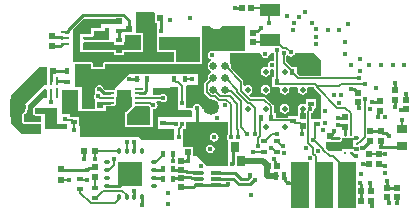
<source format=gbl>
G04*
G04 #@! TF.GenerationSoftware,Altium Limited,Altium Designer,23.6.0 (18)*
G04*
G04 Layer_Physical_Order=4*
G04 Layer_Color=16711680*
%FSLAX44Y44*%
%MOMM*%
G71*
G04*
G04 #@! TF.SameCoordinates,CC53E28F-54C9-42A3-9587-E9B5384F7771*
G04*
G04*
G04 #@! TF.FilePolarity,Positive*
G04*
G01*
G75*
%ADD11C,0.1500*%
%ADD12C,0.2540*%
%ADD14C,0.2000*%
%ADD23R,0.5200X0.5200*%
%ADD24R,0.5200X0.5200*%
%ADD25R,0.4500X0.7200*%
%ADD26R,0.4500X0.5500*%
%ADD44R,0.6200X0.6200*%
%ADD45R,0.6000X0.5000*%
%ADD48C,1.3500*%
%ADD49C,0.6500*%
%ADD51C,0.5000*%
%ADD53C,0.4000*%
%ADD54C,0.5000*%
%ADD62R,0.7000X0.9000*%
%ADD63R,0.8500X0.3000*%
%ADD64R,0.5500X0.4500*%
%ADD65O,0.8500X0.3000*%
%ADD66R,0.9000X0.7000*%
%ADD67R,1.5000X4.0000*%
%ADD68R,0.4200X0.4200*%
%ADD69R,1.0000X0.8000*%
%ADD70R,0.2800X0.8500*%
%ADD71R,0.2800X0.7500*%
%ADD72R,0.5500X0.6500*%
%ADD73O,0.6500X0.3000*%
%ADD74O,0.3000X0.6500*%
%ADD75R,2.1000X2.1000*%
%ADD76R,1.0000X1.6000*%
%ADD77R,0.4500X0.3000*%
%ADD78R,0.3000X0.3000*%
%ADD79R,1.6000X0.6000*%
%ADD80R,1.3000X1.4000*%
%ADD81R,0.6500X0.2000*%
%ADD82R,0.6100X1.4200*%
%ADD83R,0.7000X0.2500*%
%ADD84R,1.8000X1.0000*%
%ADD85R,0.2750X0.2500*%
%ADD86R,0.2750X0.2500*%
%ADD87C,0.2841*%
G36*
X187750Y246324D02*
X175416Y246324D01*
X166200Y246338D01*
X166200Y249321D01*
X173200D01*
X174450Y250571D01*
Y253126D01*
X175348Y254024D01*
X183700Y254024D01*
Y257000D01*
X187750D01*
Y246324D01*
D02*
G37*
G36*
X226650Y268850D02*
Y260650D01*
X227992D01*
Y236428D01*
X242254D01*
Y232215D01*
X242213Y232011D01*
X242254Y231807D01*
Y228124D01*
X225046D01*
X224892Y228060D01*
X224729Y228092D01*
X224500Y228047D01*
X224271Y228092D01*
X224108Y228060D01*
X223954Y228124D01*
X195796D01*
X195642Y228060D01*
X195479Y228092D01*
X195250Y228047D01*
X195021Y228092D01*
X194858Y228060D01*
X194704Y228124D01*
X184000D01*
X182852Y227648D01*
X182376Y226500D01*
Y223840D01*
X173624D01*
Y226500D01*
X173148Y227648D01*
X172000Y228124D01*
X158250D01*
X157770Y227925D01*
X156500Y228502D01*
X156500Y255273D01*
X165477Y264250D01*
X198250Y264250D01*
Y259750D01*
X181000D01*
Y256500D01*
X172250D01*
Y252648D01*
X171352Y251750D01*
X162500Y251750D01*
Y236200D01*
X191450D01*
Y233500D01*
X199950D01*
Y236200D01*
X216054D01*
Y252486D01*
X210000Y252500D01*
Y255500D01*
Y269800D01*
X225878D01*
X226650Y268850D01*
D02*
G37*
G36*
X214431Y250750D02*
Y237824D01*
X199950D01*
X199652Y237700D01*
X191749D01*
X191450Y237824D01*
X190631D01*
X189400Y238069D01*
X188169Y237824D01*
X165250D01*
X165250Y243802D01*
X166148Y244700D01*
X191450Y244700D01*
Y242500D01*
X199950D01*
Y244700D01*
X201190D01*
X201190Y250750D01*
X214431Y250750D01*
D02*
G37*
G36*
X272213Y258750D02*
X272751Y258049D01*
X274318Y256847D01*
X276142Y256091D01*
X278100Y255833D01*
X280058Y256091D01*
X281882Y256847D01*
X283449Y258049D01*
X283987Y258750D01*
X302213Y258750D01*
X302250Y258702D01*
Y237250D01*
X292645D01*
X292300Y237319D01*
X291955Y237250D01*
X275397Y237250D01*
Y237250D01*
X274400Y237319D01*
X274160Y237271D01*
X273034Y237047D01*
X271877Y236273D01*
X271103Y235116D01*
X270831Y233750D01*
X271103Y232384D01*
X271877Y231227D01*
X273034Y230453D01*
X273953Y230270D01*
Y228975D01*
X273947Y228974D01*
X272376Y227924D01*
X271326Y226353D01*
X270957Y224500D01*
X271326Y222646D01*
X272376Y221075D01*
X273677Y220205D01*
X273779Y219739D01*
Y219260D01*
X273677Y218794D01*
X272376Y217924D01*
X271326Y216353D01*
X270957Y214500D01*
X271222Y213166D01*
X268678Y210622D01*
X268181Y209877D01*
X268006Y209000D01*
Y208750D01*
Y202221D01*
X268181Y201343D01*
X268678Y200599D01*
X271899Y197378D01*
X272644Y196881D01*
X273521Y196706D01*
X273901D01*
Y188170D01*
X266568Y188170D01*
X265789Y189120D01*
X265517Y190486D01*
X264743Y191643D01*
X263586Y192417D01*
X262220Y192689D01*
X260854Y192417D01*
X259697Y191643D01*
X258923Y190486D01*
X258651Y189120D01*
X258612Y189072D01*
X256728D01*
X256362Y189224D01*
X252750D01*
X252750Y207852D01*
X253648Y208750D01*
X262750Y208750D01*
Y217500D01*
X204500D01*
X203587Y216587D01*
X203384Y216547D01*
X202227Y215773D01*
X201453Y214616D01*
X201413Y214413D01*
X192750Y205750D01*
X192250D01*
Y205250D01*
X191250Y204250D01*
X188043D01*
X187770Y204304D01*
X187770Y204304D01*
X184365D01*
X182705Y205964D01*
X182637Y206306D01*
X181863Y207463D01*
X180706Y208237D01*
X179340Y208509D01*
X177974Y208237D01*
X176817Y207463D01*
X176043Y206306D01*
X175857Y205372D01*
X175500Y204250D01*
X175500D01*
Y200907D01*
X174958Y200097D01*
X174687Y198731D01*
X174958Y197365D01*
X175500Y196555D01*
Y188170D01*
X164250D01*
Y207000D01*
X158250D01*
Y226500D01*
X172000D01*
Y222216D01*
X184000D01*
Y226500D01*
X194704D01*
X195250Y226391D01*
X195796Y226500D01*
X223954D01*
X224500Y226391D01*
X225046Y226500D01*
X265750D01*
Y230182D01*
X266060Y230646D01*
X266331Y232011D01*
X266060Y233377D01*
X265750Y233841D01*
Y236432D01*
X266060Y236896D01*
X266331Y238262D01*
X266060Y239627D01*
X265750Y240091D01*
X265750Y258750D01*
X272213D01*
D02*
G37*
G36*
X315559Y235800D02*
X316299Y234898D01*
X316571Y233532D01*
X317344Y232375D01*
X318502Y231601D01*
X319868Y231329D01*
X321233Y231601D01*
X322391Y232375D01*
X323165Y233532D01*
X323437Y234898D01*
X324177Y235800D01*
X326660Y235800D01*
X326876Y235476D01*
X327472Y235078D01*
Y229886D01*
X326202Y229004D01*
X325516Y229141D01*
X324150Y228869D01*
X322992Y228096D01*
X322219Y226938D01*
X321947Y225572D01*
X322177Y224416D01*
X322020Y224138D01*
X321754Y223834D01*
X321224Y223409D01*
X320009Y223650D01*
X318449Y223340D01*
X317126Y222456D01*
X316242Y221133D01*
X315931Y219572D01*
X316242Y218011D01*
X317126Y216688D01*
X318449Y215804D01*
X320009Y215494D01*
X321570Y215804D01*
X322893Y216688D01*
X323778Y218011D01*
X324088Y219572D01*
X323778Y221133D01*
X324602Y222186D01*
X325516Y222004D01*
X326202Y222140D01*
X327472Y221259D01*
Y215450D01*
X325649D01*
Y206950D01*
X330678D01*
X330899Y206906D01*
X331561D01*
X332256Y205636D01*
X332001Y204357D01*
X332312Y202796D01*
X333196Y201473D01*
X334519Y200589D01*
X336080Y200279D01*
X337640Y200589D01*
X338963Y201473D01*
X339847Y202796D01*
X340158Y204357D01*
X339904Y205636D01*
X340598Y206906D01*
X346776D01*
X347471Y205636D01*
X347216Y204357D01*
X347527Y202796D01*
X348411Y201473D01*
X349734Y200589D01*
X351295Y200279D01*
X352855Y200589D01*
X354178Y201473D01*
X355062Y202796D01*
X355373Y204357D01*
X355118Y205636D01*
X355813Y206906D01*
X361056D01*
Y206640D01*
X361230Y205762D01*
X361728Y205018D01*
X366500Y200245D01*
X366500Y179490D01*
X359410D01*
X358514Y180389D01*
Y184801D01*
X358910Y184880D01*
X360068Y185653D01*
X360841Y186811D01*
X361113Y188176D01*
X361707Y188900D01*
X362517D01*
Y196400D01*
X354017D01*
Y192626D01*
X353059Y192113D01*
X352747Y192076D01*
X351295Y192365D01*
X349734Y192055D01*
X348411Y191171D01*
X347527Y189848D01*
X347216Y188287D01*
X347399Y187370D01*
X347145Y186100D01*
X347145D01*
X347145Y186100D01*
Y181750D01*
X338676D01*
Y180694D01*
X328550D01*
Y184650D01*
X327054D01*
Y190254D01*
X327054Y190255D01*
X326879Y191133D01*
X326382Y191877D01*
X326382Y191877D01*
X320599Y197659D01*
X319855Y198157D01*
X318977Y198331D01*
X307347D01*
X306297Y199381D01*
X306673Y200802D01*
X307678Y201473D01*
X308563Y202796D01*
X308873Y204357D01*
X308563Y205918D01*
X307678Y207241D01*
X306355Y208125D01*
X304795Y208435D01*
X303234Y208125D01*
X302520Y207648D01*
X301250Y208327D01*
Y211344D01*
X301075Y212222D01*
X300578Y212966D01*
X290378Y223166D01*
X290643Y224500D01*
X290274Y226353D01*
X290259Y226376D01*
Y235626D01*
X291955D01*
X292109Y235690D01*
X292272Y235658D01*
X292300Y235663D01*
X292328Y235658D01*
X292491Y235690D01*
X292645Y235626D01*
X302250D01*
X302669Y235800D01*
X315559D01*
D02*
G37*
G36*
X360300Y235800D02*
X366500Y229600D01*
X366500Y216294D01*
X348450D01*
X346500Y218244D01*
Y223500D01*
X342244D01*
X337473Y228271D01*
Y232607D01*
X337702Y232760D01*
X338188Y233486D01*
X338656D01*
X339813Y232712D01*
X341179Y232441D01*
X342545Y232712D01*
X343702Y233486D01*
X344476Y234644D01*
X344706Y235800D01*
X360300Y235800D01*
D02*
G37*
G36*
X264126Y240091D02*
X264250Y239792D01*
Y236731D01*
X264126Y236432D01*
Y233841D01*
X264250Y233542D01*
Y230480D01*
X264126Y230182D01*
Y228124D01*
X243878D01*
Y231807D01*
X243844Y231888D01*
X243846Y231898D01*
X243824Y232011D01*
X243846Y232124D01*
X243844Y232135D01*
X243878Y232215D01*
Y236428D01*
X243776Y236672D01*
Y237054D01*
X243760D01*
Y238250D01*
X229616D01*
Y249000D01*
X264126D01*
X264126Y240091D01*
D02*
G37*
G36*
X245760Y196250D02*
Y188170D01*
X246330Y187600D01*
X256362D01*
X257260Y186702D01*
X257260Y181590D01*
X237600Y181590D01*
X228750Y181590D01*
Y171093D01*
X241852D01*
X242750Y170195D01*
X242750Y164654D01*
X242682Y164310D01*
X242750Y163965D01*
Y162100D01*
X215400Y162100D01*
X213000Y164500D01*
X162500Y164500D01*
Y171750D01*
Y173852D01*
X162000D01*
Y180999D01*
X155971D01*
X155750Y181043D01*
X154500D01*
Y184000D01*
X147500D01*
Y204500D01*
X161000D01*
Y186250D01*
X184750D01*
X184750Y190250D01*
X191750Y190250D01*
X192250Y190750D01*
X192750D01*
Y191250D01*
X193750Y192250D01*
Y198500D01*
X206750D01*
Y190250D01*
X206431Y189931D01*
X206352Y189898D01*
X201754Y185300D01*
X201000D01*
Y184500D01*
Y184048D01*
X200876Y183750D01*
Y174374D01*
X201000Y174075D01*
Y172750D01*
X224250D01*
Y187066D01*
X225000Y187681D01*
X226366Y187953D01*
X227523Y188727D01*
X228297Y189884D01*
X228569Y191250D01*
X228297Y192616D01*
X227579Y193691D01*
X227674Y194125D01*
X228032Y194961D01*
X230588D01*
X230738Y194736D01*
X231896Y193963D01*
X233261Y193691D01*
X234627Y193963D01*
X235785Y194736D01*
X236558Y195894D01*
X236830Y197260D01*
X236558Y198625D01*
X235785Y199783D01*
X234627Y200557D01*
X233261Y200828D01*
X231896Y200557D01*
X230738Y199783D01*
X230582Y199549D01*
X224250D01*
Y206250D01*
X245760Y206250D01*
X245760Y196250D01*
D02*
G37*
G36*
X135000Y204352D02*
Y197335D01*
X131835Y197335D01*
X124783Y190283D01*
X123852Y189897D01*
X123832Y189850D01*
X123650D01*
Y189410D01*
X123376Y188749D01*
Y183999D01*
X123650Y183339D01*
Y182650D01*
X124338D01*
X125000Y182376D01*
X129500D01*
Y176850D01*
X123650D01*
Y176750D01*
X115750D01*
X115750Y183706D01*
X116284Y184116D01*
X117606Y185839D01*
X118438Y187846D01*
X118721Y190000D01*
X118506Y191631D01*
X132125Y205250D01*
X134102Y205250D01*
X135000Y204352D01*
D02*
G37*
G36*
X221630Y190250D02*
X221703Y189884D01*
X222477Y188727D01*
X222500Y188711D01*
X222500Y174374D01*
X202500D01*
Y183750D01*
X207500Y188750D01*
X208250D01*
Y189291D01*
X209209Y190250D01*
X221630Y190250D01*
D02*
G37*
G36*
X143500Y175499D02*
X152000D01*
Y170749D01*
X133500D01*
Y183999D01*
X125000D01*
Y188749D01*
X143500D01*
Y175499D01*
D02*
G37*
G36*
X134750Y208000D02*
X132125D01*
X130624Y206499D01*
X130600D01*
Y206475D01*
X115250Y191125D01*
Y185436D01*
X115126Y185274D01*
X114762Y184994D01*
X114705Y184897D01*
X114602Y184854D01*
X114402Y184371D01*
X114140Y183918D01*
X114169Y183810D01*
X114126Y183706D01*
X114126Y176750D01*
X114602Y175602D01*
X114750Y175541D01*
Y175499D01*
X114850D01*
X115750Y175126D01*
X123650D01*
X123891Y175226D01*
X129500D01*
Y166750D01*
X113750D01*
X104700Y175800D01*
X104401Y177302D01*
X103568Y185754D01*
Y194246D01*
X104041Y199041D01*
X128500Y223500D01*
X134750D01*
Y208000D01*
D02*
G37*
G36*
X398700Y164102D02*
Y162611D01*
X398565Y162477D01*
X398022Y162369D01*
X397278Y161871D01*
X396906Y161499D01*
X394400D01*
Y155999D01*
X398700D01*
Y152550D01*
X395919Y152545D01*
X395020Y153442D01*
Y153874D01*
X392604D01*
X392230Y153949D01*
X392230Y153949D01*
X392145D01*
X391772Y153874D01*
X384270D01*
Y152522D01*
X373411Y152500D01*
X371500Y154412D01*
Y160000D01*
X383500D01*
Y160999D01*
X384895D01*
Y163629D01*
X386772D01*
X387145Y163555D01*
X387519Y163629D01*
X395020D01*
Y165000D01*
X397802Y165000D01*
X398700Y164102D01*
D02*
G37*
G36*
X288300Y177200D02*
X288300Y166653D01*
X288167Y166563D01*
X287393Y165406D01*
X287121Y164040D01*
X287393Y162674D01*
X288167Y161517D01*
X288300Y161427D01*
X288300Y141644D01*
X288231Y141300D01*
X288300Y140955D01*
Y139400D01*
X270650Y139400D01*
X261550Y148500D01*
X258683D01*
Y155700D01*
X251020D01*
X249750Y156666D01*
Y163965D01*
X249819Y164310D01*
X249750Y164655D01*
X249750Y170988D01*
X249762Y171000D01*
X252750D01*
Y177200D01*
X288300Y177200D01*
D02*
G37*
%LPC*%
G36*
X320009Y208435D02*
X318449Y208125D01*
X317126Y207241D01*
X316242Y205918D01*
X315931Y204357D01*
X316242Y202796D01*
X317126Y201473D01*
X318449Y200589D01*
X320009Y200279D01*
X321570Y200589D01*
X322893Y201473D01*
X323778Y202796D01*
X324088Y204357D01*
X323778Y205918D01*
X322893Y207241D01*
X321570Y208125D01*
X320009Y208435D01*
D02*
G37*
G36*
X336080Y192365D02*
X334519Y192055D01*
X333196Y191171D01*
X332312Y189848D01*
X332001Y188287D01*
X332312Y186726D01*
X333196Y185403D01*
X334519Y184519D01*
X336080Y184209D01*
X337640Y184519D01*
X338963Y185403D01*
X339847Y186726D01*
X340158Y188287D01*
X339847Y189848D01*
X338963Y191171D01*
X337640Y192055D01*
X336080Y192365D01*
D02*
G37*
G36*
X276600Y167609D02*
X275234Y167337D01*
X274077Y166563D01*
X273303Y165406D01*
X273031Y164040D01*
X273303Y162674D01*
X274077Y161517D01*
X275234Y160743D01*
X276600Y160471D01*
X277966Y160743D01*
X279123Y161517D01*
X279897Y162674D01*
X280169Y164040D01*
X279897Y165406D01*
X279123Y166563D01*
X277966Y167337D01*
X276600Y167609D01*
D02*
G37*
G36*
X273200Y157869D02*
X271834Y157597D01*
X270677Y156823D01*
X269903Y155666D01*
X269631Y154300D01*
X269903Y152934D01*
X270677Y151777D01*
X271834Y151003D01*
X273200Y150731D01*
X274566Y151003D01*
X275723Y151777D01*
X276497Y152934D01*
X276769Y154300D01*
X276497Y155666D01*
X275723Y156823D01*
X274566Y157597D01*
X273200Y157869D01*
D02*
G37*
%LPD*%
D11*
X324850Y155336D02*
X325464D01*
X329050Y151750D01*
X175500Y121559D02*
Y130250D01*
X360470Y162076D02*
X361660Y163267D01*
Y174240D01*
X363160Y175740D01*
X363660D01*
X343126Y178300D02*
X344926Y176500D01*
X350545Y167070D02*
Y174700D01*
X285800Y224222D02*
X286077D01*
X324759Y179940D02*
Y190255D01*
X318977Y196037D02*
X324759Y190255D01*
X306397Y196037D02*
X318977D01*
X306762Y193037D02*
X310745Y189055D01*
X298956Y203479D02*
X306397Y196037D01*
X305154Y193037D02*
X306762D01*
X310745Y167200D02*
Y189055D01*
X329256Y166764D02*
X329564Y167072D01*
X319300Y160750D02*
X325314Y166764D01*
X318800Y160750D02*
X319300D01*
X333262Y157538D02*
X334416D01*
X330050Y160750D02*
X333262Y157538D01*
X329550Y160750D02*
X330050D01*
X334967Y239533D02*
X337655D01*
X324000Y246500D02*
X328000D01*
X322000Y244500D02*
X324000Y246500D01*
X309500Y244500D02*
X322000D01*
X335179Y227321D02*
Y235283D01*
X337655Y239533D02*
X341179Y236009D01*
X162700Y129200D02*
X164000Y127900D01*
X168600D01*
X176000Y112559D02*
X182223Y118782D01*
X198498D01*
X175500Y112559D02*
X176000D01*
X171818Y108059D02*
X192275D01*
X162700Y117177D02*
X171818Y108059D01*
X192275D02*
X195749Y111532D01*
X357545Y188176D02*
Y192705D01*
Y187500D02*
Y188176D01*
X360470Y161400D02*
Y162076D01*
X328000Y246500D02*
X334967Y239533D01*
X295956Y202236D02*
X305154Y193037D01*
X296690Y164050D02*
Y170698D01*
X299000Y172630D02*
Y194949D01*
X296000Y171388D02*
Y192640D01*
Y171388D02*
X296690Y170698D01*
X285900Y204222D02*
X286579Y203543D01*
X289641Y199000D02*
X296000Y192640D01*
X286077Y224222D02*
X298956Y211344D01*
Y203479D02*
Y211344D01*
X286579Y203543D02*
X290406D01*
X310615Y167070D02*
X310745Y167200D01*
X275523Y214222D02*
X275800D01*
X277328Y199000D02*
X280328Y196000D01*
X286811D01*
X290690Y192120D01*
Y164040D02*
Y192120D01*
X286077Y214222D02*
X295956Y204344D01*
X276348Y204222D02*
X281571Y199000D01*
X299000Y172630D02*
X304561Y167070D01*
X290406Y203543D02*
X299000Y194949D01*
X281571Y199000D02*
X289641D01*
X273521Y199000D02*
X277328D01*
X275800Y204222D02*
X276348D01*
X296680Y164040D02*
X296690Y164050D01*
X270300Y202221D02*
Y209000D01*
X275523Y214222D01*
X270300Y202221D02*
X273521Y199000D01*
X295956Y202236D02*
Y204344D01*
X285900Y214222D02*
X286077D01*
X246250Y164310D02*
Y170732D01*
X248504Y172986D01*
Y175022D02*
X249254Y175772D01*
X248504Y172986D02*
Y175022D01*
X435220Y170900D02*
Y178820D01*
X309410Y151690D02*
X309470Y151750D01*
X318800D01*
X313260Y156350D02*
Y163575D01*
X360449Y150339D02*
Y155410D01*
Y150339D02*
X362500Y148289D01*
Y129250D02*
Y148289D01*
X368949Y153718D02*
X374433Y148234D01*
X361888Y160922D02*
X368949Y153860D01*
X374433Y148234D02*
X377016D01*
X343250Y218250D02*
Y219250D01*
X335179Y227321D02*
X343250Y219250D01*
X392000Y166879D02*
X392145D01*
X325314Y166764D02*
X329256D01*
X315259Y180360D02*
X315300Y180400D01*
X315259Y165574D02*
Y180360D01*
X324759Y179940D02*
X326300Y178400D01*
X342526D01*
X342926Y178000D01*
X363350Y207900D02*
X382323D01*
X363350Y206640D02*
Y207900D01*
X382323D02*
X384062Y209639D01*
X348745Y176500D02*
X350545Y174700D01*
X362050Y209200D02*
X363350Y207900D01*
X329399Y210700D02*
Y211200D01*
Y210700D02*
X330899Y209200D01*
X329399Y237999D02*
X329766Y237633D01*
Y211566D02*
Y237633D01*
X329399Y211200D02*
X329766Y211566D01*
X330899Y209200D02*
X362050D01*
X347500Y214000D02*
X399000D01*
X241700Y144300D02*
Y149450D01*
X242000Y149750D01*
X329050Y151750D02*
X329550D01*
X251754Y213250D02*
X257251D01*
X242754Y212750D02*
Y213250D01*
Y212750D02*
X244254Y211250D01*
X249254Y193372D02*
Y207432D01*
X244254Y211250D02*
X245436D01*
X249254Y207432D01*
X233257Y197255D02*
X233261Y197260D01*
X313260Y163575D02*
X315259Y165574D01*
X195749Y111532D02*
Y113282D01*
X363350Y206640D02*
X380740Y189250D01*
X387277D01*
X392145Y166879D02*
Y184382D01*
X387277Y189250D02*
X392145Y184382D01*
X384062Y209639D02*
X404000D01*
X356220Y186175D02*
X357545Y187500D01*
X403900Y196024D02*
X404180Y196304D01*
X403900Y164567D02*
Y196024D01*
X360470Y161400D02*
X360948Y160922D01*
X356220Y159640D02*
Y186175D01*
Y159640D02*
X360449Y155410D01*
X360948Y160922D02*
X361888D01*
X368949Y153718D02*
Y153860D01*
X389250Y123500D02*
Y136000D01*
X377016Y148234D02*
X389250Y136000D01*
X416319Y149700D02*
X421100D01*
X416219Y149600D02*
X416319Y149700D01*
X407649Y149600D02*
X416219D01*
X399582Y160249D02*
X403900Y164567D01*
X344926Y176500D02*
X348745D01*
X362500Y129250D02*
X369250Y122500D01*
X323250Y261000D02*
Y272250D01*
X202249Y160249D02*
X202250Y160250D01*
X343250Y218250D02*
X347500Y214000D01*
X398900Y160249D02*
X399582D01*
X397400Y158749D02*
X398900Y160249D01*
X397275Y158749D02*
X397400D01*
X334416Y157538D02*
X334894Y157059D01*
X178932Y198731D02*
X180188Y197475D01*
X178255Y198731D02*
X178932D01*
X180188Y197475D02*
X187775D01*
X138515Y193725D02*
X138530Y193710D01*
X157680Y176679D02*
X157750Y176749D01*
X157680Y170260D02*
Y176679D01*
X138515Y193725D02*
Y201234D01*
X138500Y201249D02*
X138515Y201234D01*
X150751Y178749D02*
X155750D01*
X157750Y176749D01*
X149750Y179750D02*
X150751Y178749D01*
X198498Y118782D02*
X202248Y115032D01*
X162700Y117177D02*
Y120200D01*
X147100Y128100D02*
X153645D01*
X147000Y128200D02*
X147100Y128100D01*
X187775Y197475D02*
X188000Y197250D01*
X191750Y140534D02*
Y146000D01*
X202248Y113282D02*
Y115032D01*
X202249Y152783D02*
Y160249D01*
X187498Y136282D02*
X191750Y140534D01*
X185749Y136282D02*
X187498D01*
X212500Y197250D02*
X212505Y197255D01*
X233257D01*
X224324Y191250D02*
X225000D01*
X222323Y193250D02*
X224324Y191250D01*
X212500Y193250D02*
X222323D01*
X322250Y273250D02*
X323250Y272250D01*
X202248Y152782D02*
X202249Y152783D01*
X225249Y142782D02*
X227032D01*
X234000Y149750D01*
X307750Y273250D02*
X322250D01*
D12*
X231506Y253954D02*
X231802D01*
X231276Y254184D02*
X231506Y253954D01*
X231276Y254184D02*
Y264224D01*
X230750Y264750D02*
X231276Y264224D01*
X147371Y136829D02*
X169124D01*
X260926Y123800D02*
X277800D01*
X258808Y121682D02*
X260926Y123800D01*
X248500Y121682D02*
X258808D01*
X277800Y123800D02*
X278027Y124027D01*
X287973D02*
X288200Y124254D01*
X278027Y124027D02*
X287973D01*
X169124Y136829D02*
X170315Y138020D01*
X174270D01*
X175500Y139250D01*
X414740Y181150D02*
Y181545D01*
X415170Y181975D01*
Y185220D01*
X416500Y186550D01*
X377821Y169421D02*
X378100Y169700D01*
X377369Y169421D02*
X377821D01*
X376767Y168819D02*
X377369Y169421D01*
X376767Y167617D02*
Y168819D01*
X374100Y164949D02*
X376767Y167617D01*
X374100Y164949D02*
X375300Y163749D01*
X382020D01*
X381700Y174500D02*
X381979Y174221D01*
X385925D01*
X387145Y173000D01*
X197999Y125533D02*
X205499D01*
X179340Y204940D02*
X179735D01*
X291800Y141300D02*
X292079Y141579D01*
Y153329D01*
X294200Y155450D01*
X398471Y189529D02*
X398750Y189250D01*
X398471Y189529D02*
Y193329D01*
X397800Y194000D02*
X398471Y193329D01*
X420805Y139800D02*
X421200D01*
X420335Y140270D02*
X420805Y139800D01*
X417549Y140270D02*
X420335D01*
X416219Y141600D02*
X417549Y140270D01*
X409940Y106059D02*
X410220Y105779D01*
X409940Y106059D02*
Y109385D01*
X408876Y110450D02*
X409940Y109385D01*
X254583Y144382D02*
Y151600D01*
X248500Y144382D02*
X254583D01*
X336280Y127470D02*
X338750Y125000D01*
X336280Y127470D02*
Y130052D01*
X335300Y131032D02*
X336280Y130052D01*
X262220Y161379D02*
X264499Y159100D01*
X262220Y161379D02*
Y189120D01*
X244186Y175840D02*
X244254Y175772D01*
X233256Y175840D02*
X244186D01*
X418000Y156100D02*
X434420D01*
X435220Y156900D01*
X381300Y180500D02*
X381550Y180750D01*
X386895D01*
X387145Y181000D01*
X327400Y145105D02*
Y145500D01*
Y145105D02*
X328332Y144173D01*
Y141580D02*
Y144173D01*
Y141580D02*
X330162Y139750D01*
X387145Y166379D02*
Y173000D01*
X392600Y205200D02*
X392879Y204921D01*
X203150Y254850D02*
X204000Y255700D01*
X195700Y246250D02*
Y254000D01*
X204000Y255700D02*
Y263617D01*
X195700Y254000D02*
X196550Y254850D01*
X203150D01*
X152280Y255047D02*
X165252Y268020D01*
X199598D02*
X204000Y263617D01*
X165252Y268020D02*
X199598D01*
X431100Y108500D02*
Y113500D01*
X424300Y108500D02*
Y108895D01*
X423830Y109365D02*
X424300Y108895D01*
X423830Y109365D02*
Y112170D01*
X422500Y113500D02*
X423830Y112170D01*
X422500Y121500D02*
X431100D01*
X422500D02*
Y127006D01*
X394879Y204921D02*
X397800Y202000D01*
X392879Y204921D02*
X394879D01*
X409790Y194170D02*
X416120D01*
X416500Y194550D01*
X429250Y203875D02*
Y209750D01*
X408200Y125700D02*
X408479Y125421D01*
Y119396D02*
Y125421D01*
Y119396D02*
X408876Y119000D01*
X400280Y125105D02*
Y125500D01*
Y125105D02*
X400826Y124559D01*
Y119050D02*
Y124559D01*
Y119050D02*
X400876Y119000D01*
Y110450D02*
Y119000D01*
X402800Y141600D02*
X407649D01*
X419330Y167870D02*
X421835D01*
X424205Y165500D01*
X418000Y169200D02*
X419330Y167870D01*
X424205Y165500D02*
X424600D01*
X418000Y156100D02*
Y161200D01*
X418000Y161200D01*
X402000Y155000D02*
X402279Y155279D01*
X402829D01*
X408750Y161200D01*
Y169200D02*
X418000D01*
X350919Y187912D02*
X351295Y188287D01*
X350919Y182375D02*
Y187912D01*
X350545Y182000D02*
X350919Y182375D01*
X429260Y189900D02*
X429270Y189890D01*
X434690Y187130D02*
X434969Y187409D01*
X438559D01*
X438900Y187750D01*
X429260Y189900D02*
Y195865D01*
X429250Y195875D02*
X429260Y195865D01*
X315775Y256900D02*
X316170D01*
X312705Y253830D02*
X315775Y256900D01*
X309500Y252500D02*
X310830Y253830D01*
X293750Y273250D02*
X293900Y273400D01*
X299600D01*
X208748Y113282D02*
Y118690D01*
X396151Y148709D02*
X396430Y148430D01*
X394645Y148709D02*
X396151D01*
X310830Y253830D02*
X312705D01*
X392230Y151124D02*
X394645Y148709D01*
X392145Y151124D02*
X392230D01*
X216897Y201480D02*
X218908Y203491D01*
Y213250D01*
X212730Y201480D02*
X216897D01*
X212500Y201250D02*
X212730Y201480D01*
X438900Y195750D02*
Y201000D01*
X152280Y253020D02*
Y255047D01*
X150050Y253000D02*
X152260D01*
X152280Y253020D01*
X180250Y192125D02*
X181375Y193250D01*
X188000D01*
X179735Y204940D02*
X183195Y201480D01*
X187770D02*
X188000Y201250D01*
X183195Y201480D02*
X187770D01*
X215249Y106490D02*
Y113282D01*
X346750Y125000D02*
X349250Y122500D01*
X338750Y125000D02*
X346750D01*
X140620Y248980D02*
X146860D01*
X146510Y241670D02*
X147820Y242980D01*
X139100Y240500D02*
X140270Y241670D01*
X146510D01*
X146860Y248980D02*
X147820Y248020D01*
X139100Y250500D02*
X140620Y248980D01*
X147000Y137200D02*
X147371Y136829D01*
X195749Y123282D02*
X197999Y125533D01*
X185749Y123282D02*
X195749D01*
X208748Y152782D02*
Y160250D01*
X166248Y145500D02*
Y152782D01*
X204750Y213250D02*
X211908D01*
X211908Y213250D01*
X299600Y273400D02*
X299750Y273250D01*
X151000Y220250D02*
X151000Y220250D01*
X140500Y220250D02*
X151000D01*
X138630Y218379D02*
X140500Y220250D01*
X143500Y211749D02*
X152250D01*
X138500D02*
X138630Y211879D01*
Y218379D01*
D14*
X175250Y145500D02*
Y152781D01*
X175249Y152782D02*
X175250Y152781D01*
X175249Y152782D02*
X195749D01*
D23*
X309500Y252500D02*
D03*
Y244500D02*
D03*
X351245Y182000D02*
D03*
Y174000D02*
D03*
X177250Y259250D02*
D03*
Y251250D02*
D03*
X139100Y249500D02*
D03*
Y241500D02*
D03*
X204000Y255700D02*
D03*
Y247700D02*
D03*
X422500Y113500D02*
D03*
Y121500D02*
D03*
X416500Y194550D02*
D03*
Y186550D02*
D03*
X397800Y202000D02*
D03*
Y194000D02*
D03*
X374100Y156949D02*
D03*
Y164949D02*
D03*
X387145Y181000D02*
D03*
Y173000D02*
D03*
X418000Y161200D02*
D03*
Y169200D02*
D03*
X416219Y141600D02*
D03*
Y149600D02*
D03*
X179610Y183625D02*
D03*
Y191625D02*
D03*
X171068Y183250D02*
D03*
Y191250D02*
D03*
X407649Y141600D02*
D03*
Y149600D02*
D03*
X248500Y129682D02*
D03*
Y121682D02*
D03*
Y136382D02*
D03*
Y144382D02*
D03*
X239676Y240954D02*
D03*
Y232954D02*
D03*
X204850Y241000D02*
D03*
Y233000D02*
D03*
X438900Y195750D02*
D03*
Y187750D02*
D03*
X429250Y203875D02*
D03*
Y195875D02*
D03*
X431100Y113500D02*
D03*
Y121500D02*
D03*
X408750Y161200D02*
D03*
Y169200D02*
D03*
D24*
X299750Y273550D02*
D03*
X307750D02*
D03*
X132000Y220249D02*
D03*
X140000D02*
D03*
X230750Y264750D02*
D03*
X222750D02*
D03*
X254583Y151600D02*
D03*
X262583D02*
D03*
X329662Y139750D02*
D03*
X321662D02*
D03*
X408876Y119000D02*
D03*
X400876D02*
D03*
X408876Y110450D02*
D03*
X400876D02*
D03*
D25*
X335300Y131032D02*
D03*
X328500D02*
D03*
D26*
X342750Y219250D02*
D03*
X351750D02*
D03*
X329399Y211200D02*
D03*
X320399D02*
D03*
X324800Y180400D02*
D03*
X315800D02*
D03*
X151500Y220250D02*
D03*
X160500D02*
D03*
X241750Y136982D02*
D03*
X232750D02*
D03*
X241750Y128782D02*
D03*
X232750D02*
D03*
X233000Y149750D02*
D03*
X242000D02*
D03*
X251754Y213250D02*
D03*
X242754D02*
D03*
X219908D02*
D03*
X210908D02*
D03*
D44*
X175249Y152782D02*
D03*
X166248D02*
D03*
D45*
X147000Y128200D02*
D03*
Y137200D02*
D03*
X175500Y130250D02*
D03*
Y139250D02*
D03*
D48*
X110400Y190000D02*
D03*
X273600D02*
D03*
D49*
X275800Y204500D02*
D03*
Y224500D02*
D03*
Y214500D02*
D03*
X285800D02*
D03*
Y224500D02*
D03*
Y204500D02*
D03*
D51*
X321562Y138429D02*
Y139750D01*
X298800Y143900D02*
X317512D01*
X321662Y139750D01*
X321162Y131032D02*
Y138029D01*
Y131032D02*
X328500D01*
X321162Y138029D02*
X321562Y138429D01*
D53*
X399999Y230000D02*
D03*
X307499Y115000D02*
D03*
X427499Y225000D02*
D03*
X387499Y235000D02*
D03*
X437499Y225000D02*
D03*
X387499Y245000D02*
D03*
X382499Y255000D02*
D03*
X265000Y140000D02*
D03*
X389999Y260000D02*
D03*
X372499Y255000D02*
D03*
X392499Y225000D02*
D03*
X399999Y220000D02*
D03*
X407499Y225000D02*
D03*
X417499D02*
D03*
X338461Y267209D02*
D03*
X353130Y270503D02*
D03*
X348506Y265879D02*
D03*
X344071Y261071D02*
D03*
X343126Y254600D02*
D03*
X358966Y260493D02*
D03*
X324850Y155336D02*
D03*
X306900Y132200D02*
D03*
X311143Y127957D02*
D03*
X179340Y204940D02*
D03*
X335179Y235283D02*
D03*
X341179Y236009D02*
D03*
X278900Y180800D02*
D03*
X276600Y164040D02*
D03*
X273200Y154300D02*
D03*
X264499Y159100D02*
D03*
X285300Y191500D02*
D03*
X262763Y232011D02*
D03*
X288200Y124254D02*
D03*
X254583Y144382D02*
D03*
X321162Y131032D02*
D03*
X291800Y141300D02*
D03*
X327400Y145500D02*
D03*
X313260Y156350D02*
D03*
X296690Y164040D02*
D03*
X290690D02*
D03*
X304561Y167070D02*
D03*
X309410Y151690D02*
D03*
X357778Y147000D02*
D03*
X364699Y152100D02*
D03*
X310745Y167070D02*
D03*
X329564Y167072D02*
D03*
X325516Y225572D02*
D03*
X329399Y237999D02*
D03*
X241700Y144300D02*
D03*
X233261Y197260D02*
D03*
X257251Y213250D02*
D03*
X370200Y186700D02*
D03*
X357545Y188176D02*
D03*
X382500Y193500D02*
D03*
X370681Y176514D02*
D03*
X378000Y200000D02*
D03*
X392600Y205200D02*
D03*
X431100Y108500D02*
D03*
X424300D02*
D03*
X408200Y125700D02*
D03*
X422500Y127006D02*
D03*
X381300Y180500D02*
D03*
X384250Y200000D02*
D03*
X399000Y214000D02*
D03*
X404000Y209639D02*
D03*
X404180Y196304D02*
D03*
X408200Y188350D02*
D03*
X409790Y194170D02*
D03*
X429250Y209750D02*
D03*
X398750Y189250D02*
D03*
X381700Y174500D02*
D03*
X378100Y169700D02*
D03*
X360470Y161400D02*
D03*
X389650Y155690D02*
D03*
X354099Y155440D02*
D03*
X368550Y170509D02*
D03*
X421200Y139800D02*
D03*
Y133500D02*
D03*
X401100Y133300D02*
D03*
X400280Y125500D02*
D03*
X402800Y141600D02*
D03*
X421100Y149700D02*
D03*
X424600Y165500D02*
D03*
X418000Y156100D02*
D03*
X350545Y167070D02*
D03*
X334834Y157059D02*
D03*
X262220Y189120D02*
D03*
X246250Y164310D02*
D03*
X434690Y187130D02*
D03*
X319868Y234898D02*
D03*
X298000Y240500D02*
D03*
X208748Y160350D02*
D03*
X202250Y160250D02*
D03*
X421500Y181250D02*
D03*
X316170Y256900D02*
D03*
X435220Y178820D02*
D03*
X396430Y148430D02*
D03*
X335840Y150890D02*
D03*
X361822Y228522D02*
D03*
X413250Y205750D02*
D03*
X438900Y201000D02*
D03*
X429270Y189890D02*
D03*
X238851Y263010D02*
D03*
X212800Y267500D02*
D03*
X212900Y261500D02*
D03*
X178255Y198731D02*
D03*
X157680Y170260D02*
D03*
X138530Y193710D02*
D03*
X215249Y106490D02*
D03*
X414740Y181150D02*
D03*
X338750Y125000D02*
D03*
X168600Y127900D02*
D03*
X153645Y128100D02*
D03*
X168450Y136550D02*
D03*
X362720Y255436D02*
D03*
Y249436D02*
D03*
X362900Y243437D02*
D03*
X191750Y146000D02*
D03*
X292300Y233750D02*
D03*
X410220Y105779D02*
D03*
X237500Y108000D02*
D03*
Y116750D02*
D03*
X219750Y177840D02*
D03*
X215150Y182670D02*
D03*
X219750Y187500D02*
D03*
X175250Y145500D02*
D03*
X166248D02*
D03*
X274400Y233750D02*
D03*
X402000Y155000D02*
D03*
X256250Y264750D02*
D03*
X262763Y238262D02*
D03*
X225000Y191250D02*
D03*
X245782Y238262D02*
D03*
Y232011D02*
D03*
X293750Y273250D02*
D03*
X219750Y234500D02*
D03*
X224500Y229960D02*
D03*
X195250D02*
D03*
X189400Y234500D02*
D03*
X298000Y254500D02*
D03*
X323250Y261000D02*
D03*
X291750Y254500D02*
D03*
X298000Y247500D02*
D03*
X291750D02*
D03*
Y240500D02*
D03*
X185750Y248750D02*
D03*
Y255000D02*
D03*
X204750Y213250D02*
D03*
X208748Y118690D02*
D03*
D54*
X304795Y188287D02*
D03*
Y204357D02*
D03*
X320009Y173072D02*
D03*
Y188287D02*
D03*
Y204357D02*
D03*
Y219572D02*
D03*
X336080Y173072D02*
D03*
Y188287D02*
D03*
Y204357D02*
D03*
Y219572D02*
D03*
X351295Y188287D02*
D03*
Y204357D02*
D03*
X205499Y125533D02*
D03*
Y140533D02*
D03*
X197999Y133033D02*
D03*
X212999D02*
D03*
D62*
X298800Y143900D02*
D03*
X284800D02*
D03*
X294200Y155950D02*
D03*
X280200D02*
D03*
X242254Y202750D02*
D03*
X256254D02*
D03*
X239250Y166550D02*
D03*
X253250D02*
D03*
D63*
X277800Y128800D02*
D03*
Y133800D02*
D03*
Y123800D02*
D03*
D64*
X318800Y160750D02*
D03*
Y151750D02*
D03*
X329550Y160750D02*
D03*
Y151750D02*
D03*
X342926Y178000D02*
D03*
Y187000D02*
D03*
X119000Y170249D02*
D03*
Y179249D02*
D03*
X157750Y186249D02*
D03*
Y177249D02*
D03*
X152250Y202249D02*
D03*
Y211249D02*
D03*
X162700Y120200D02*
D03*
Y129200D02*
D03*
X175500Y112559D02*
D03*
Y121559D02*
D03*
X358267Y192650D02*
D03*
Y201650D02*
D03*
X363660Y175740D02*
D03*
Y184740D02*
D03*
X195700Y246250D02*
D03*
Y237250D02*
D03*
Y263000D02*
D03*
Y254000D02*
D03*
X233256Y184840D02*
D03*
Y175840D02*
D03*
D65*
X263800Y133800D02*
D03*
Y128800D02*
D03*
Y123800D02*
D03*
D66*
X435220Y156900D02*
D03*
Y170900D02*
D03*
X178000Y227216D02*
D03*
Y241216D02*
D03*
D67*
X369250Y123500D02*
D03*
X349250D02*
D03*
X389250D02*
D03*
D68*
X149750Y179750D02*
D03*
Y173250D02*
D03*
Y186250D02*
D03*
X127250D02*
D03*
Y173250D02*
D03*
Y179750D02*
D03*
D69*
X138500Y174750D02*
D03*
Y184750D02*
D03*
D70*
X143500Y201749D02*
D03*
D71*
X138500Y201249D02*
D03*
X133500D02*
D03*
X143500Y211749D02*
D03*
X138500D02*
D03*
X133500D02*
D03*
D72*
X205250Y180550D02*
D03*
X195250D02*
D03*
D73*
X185749Y142782D02*
D03*
Y136282D02*
D03*
Y129782D02*
D03*
Y123282D02*
D03*
X225249D02*
D03*
Y129782D02*
D03*
Y136282D02*
D03*
Y142782D02*
D03*
D74*
X195749Y113282D02*
D03*
X202248D02*
D03*
X208748D02*
D03*
X215249D02*
D03*
Y152782D02*
D03*
X208748D02*
D03*
X202248D02*
D03*
X195749D02*
D03*
D75*
X205499Y133032D02*
D03*
D76*
X222052Y247454D02*
D03*
D77*
X231802Y253954D02*
D03*
Y247454D02*
D03*
Y240954D02*
D03*
X212302Y253954D02*
D03*
Y247454D02*
D03*
Y240954D02*
D03*
D78*
X244254Y193372D02*
D03*
X249254D02*
D03*
X254254D02*
D03*
X244254Y175772D02*
D03*
X249254D02*
D03*
X254254D02*
D03*
D79*
X249254Y184572D02*
D03*
D80*
X200250Y197250D02*
D03*
D81*
X188000Y189250D02*
D03*
Y193250D02*
D03*
Y197250D02*
D03*
Y201250D02*
D03*
Y205250D02*
D03*
X212500Y189250D02*
D03*
Y193250D02*
D03*
Y197250D02*
D03*
Y201250D02*
D03*
Y205250D02*
D03*
D82*
X159300Y248000D02*
D03*
D83*
X168550Y253000D02*
D03*
Y248000D02*
D03*
Y243000D02*
D03*
X150050Y253000D02*
D03*
Y248000D02*
D03*
Y243000D02*
D03*
D84*
X324000Y271500D02*
D03*
Y246500D02*
D03*
D85*
X387145Y166379D02*
D03*
X392145D02*
D03*
Y151124D02*
D03*
X387145D02*
D03*
D86*
X397275Y163749D02*
D03*
Y158749D02*
D03*
Y153749D02*
D03*
X382020D02*
D03*
Y158749D02*
D03*
Y163749D02*
D03*
D87*
X310921Y127736D02*
X311143Y127957D01*
X309748Y127736D02*
X310921D01*
X306454Y124442D02*
X309748Y127736D01*
X297249Y124442D02*
X306454D01*
X292516Y129175D02*
X297249Y124442D01*
X283714Y129175D02*
X292516D01*
X283419Y128879D02*
X283714Y129175D01*
X277880Y128879D02*
X283419D01*
X277800Y128800D02*
X277880Y128879D01*
X306678Y131978D02*
X306900Y132200D01*
X306678Y130805D02*
Y131978D01*
X304656Y128783D02*
X306678Y130805D01*
X299047Y128783D02*
X304656D01*
X294314Y133516D02*
X299047Y128783D01*
X282964Y133516D02*
X294314D01*
X282760Y133721D02*
X282964Y133516D01*
X277880Y133721D02*
X282760D01*
X277800Y133800D02*
X277880Y133721D01*
X248200Y136682D02*
X248500Y136382D01*
X242050Y136682D02*
X248200D01*
X241750Y136982D02*
X242050Y136682D01*
X248050Y129232D02*
X248500Y129682D01*
X242200Y129232D02*
X248050D01*
X241750Y128782D02*
X242200Y129232D01*
X263770Y128830D02*
X263800Y128800D01*
X259768Y128830D02*
X263770D01*
X259109Y129489D02*
X259768Y128830D01*
X257198Y129489D02*
X259109D01*
X256543Y130144D02*
X257198Y129489D01*
X248962Y130144D02*
X256543D01*
X248500Y129682D02*
X248962Y130144D01*
X263770Y133830D02*
X263800Y133800D01*
X258996Y133830D02*
X263770D01*
X258341Y134485D02*
X258996Y133830D01*
X253027Y134485D02*
X258341D01*
X252309Y135203D02*
X253027Y134485D01*
X249680Y135203D02*
X252309D01*
X248500Y136382D02*
X249680Y135203D01*
X231750Y129782D02*
X232750Y128782D01*
X225249Y129782D02*
X231750D01*
X232050Y136282D02*
X232750Y136982D01*
X225249Y136282D02*
X232050D01*
M02*

</source>
